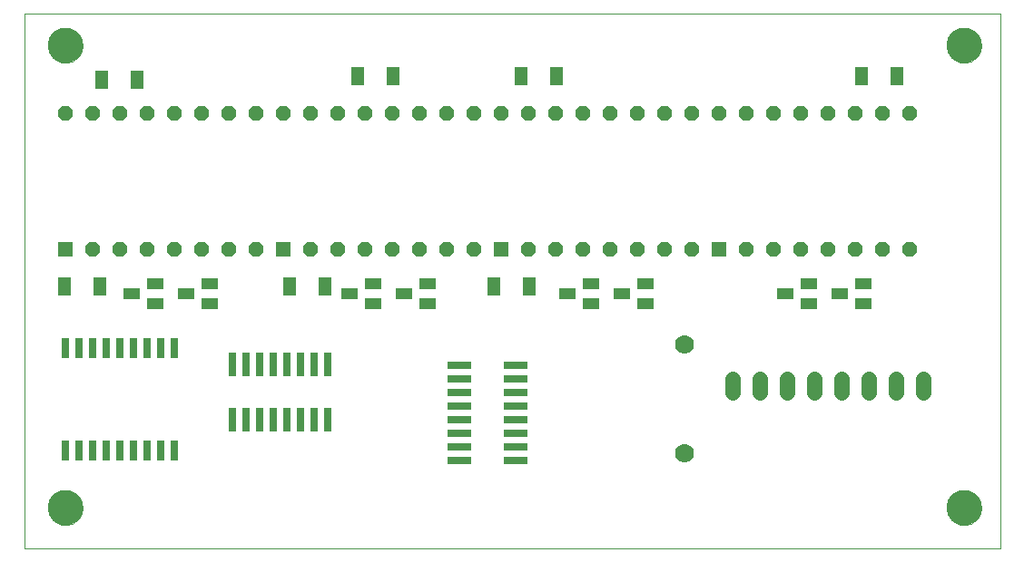
<source format=gts>
G75*
G70*
%OFA0B0*%
%FSLAX24Y24*%
%IPPOS*%
%LPD*%
%AMOC8*
5,1,8,0,0,1.08239X$1,22.5*
%
%ADD10C,0.0000*%
%ADD11C,0.1300*%
%ADD12OC8,0.0555*%
%ADD13R,0.0555X0.0555*%
%ADD14R,0.0591X0.0434*%
%ADD15R,0.0906X0.0276*%
%ADD16R,0.0257X0.0729*%
%ADD17R,0.0276X0.0906*%
%ADD18R,0.0473X0.0709*%
%ADD19C,0.0555*%
%ADD20C,0.0700*%
D10*
X000180Y000180D02*
X000180Y019865D01*
X036007Y019865D01*
X036007Y000180D01*
X000180Y000180D01*
X001050Y001680D02*
X001052Y001730D01*
X001058Y001780D01*
X001068Y001829D01*
X001082Y001877D01*
X001099Y001924D01*
X001120Y001969D01*
X001145Y002013D01*
X001173Y002054D01*
X001205Y002093D01*
X001239Y002130D01*
X001276Y002164D01*
X001316Y002194D01*
X001358Y002221D01*
X001402Y002245D01*
X001448Y002266D01*
X001495Y002282D01*
X001543Y002295D01*
X001593Y002304D01*
X001642Y002309D01*
X001693Y002310D01*
X001743Y002307D01*
X001792Y002300D01*
X001841Y002289D01*
X001889Y002274D01*
X001935Y002256D01*
X001980Y002234D01*
X002023Y002208D01*
X002064Y002179D01*
X002103Y002147D01*
X002139Y002112D01*
X002171Y002074D01*
X002201Y002034D01*
X002228Y001991D01*
X002251Y001947D01*
X002270Y001901D01*
X002286Y001853D01*
X002298Y001804D01*
X002306Y001755D01*
X002310Y001705D01*
X002310Y001655D01*
X002306Y001605D01*
X002298Y001556D01*
X002286Y001507D01*
X002270Y001459D01*
X002251Y001413D01*
X002228Y001369D01*
X002201Y001326D01*
X002171Y001286D01*
X002139Y001248D01*
X002103Y001213D01*
X002064Y001181D01*
X002023Y001152D01*
X001980Y001126D01*
X001935Y001104D01*
X001889Y001086D01*
X001841Y001071D01*
X001792Y001060D01*
X001743Y001053D01*
X001693Y001050D01*
X001642Y001051D01*
X001593Y001056D01*
X001543Y001065D01*
X001495Y001078D01*
X001448Y001094D01*
X001402Y001115D01*
X001358Y001139D01*
X001316Y001166D01*
X001276Y001196D01*
X001239Y001230D01*
X001205Y001267D01*
X001173Y001306D01*
X001145Y001347D01*
X001120Y001391D01*
X001099Y001436D01*
X001082Y001483D01*
X001068Y001531D01*
X001058Y001580D01*
X001052Y001630D01*
X001050Y001680D01*
X001050Y018680D02*
X001052Y018730D01*
X001058Y018780D01*
X001068Y018829D01*
X001082Y018877D01*
X001099Y018924D01*
X001120Y018969D01*
X001145Y019013D01*
X001173Y019054D01*
X001205Y019093D01*
X001239Y019130D01*
X001276Y019164D01*
X001316Y019194D01*
X001358Y019221D01*
X001402Y019245D01*
X001448Y019266D01*
X001495Y019282D01*
X001543Y019295D01*
X001593Y019304D01*
X001642Y019309D01*
X001693Y019310D01*
X001743Y019307D01*
X001792Y019300D01*
X001841Y019289D01*
X001889Y019274D01*
X001935Y019256D01*
X001980Y019234D01*
X002023Y019208D01*
X002064Y019179D01*
X002103Y019147D01*
X002139Y019112D01*
X002171Y019074D01*
X002201Y019034D01*
X002228Y018991D01*
X002251Y018947D01*
X002270Y018901D01*
X002286Y018853D01*
X002298Y018804D01*
X002306Y018755D01*
X002310Y018705D01*
X002310Y018655D01*
X002306Y018605D01*
X002298Y018556D01*
X002286Y018507D01*
X002270Y018459D01*
X002251Y018413D01*
X002228Y018369D01*
X002201Y018326D01*
X002171Y018286D01*
X002139Y018248D01*
X002103Y018213D01*
X002064Y018181D01*
X002023Y018152D01*
X001980Y018126D01*
X001935Y018104D01*
X001889Y018086D01*
X001841Y018071D01*
X001792Y018060D01*
X001743Y018053D01*
X001693Y018050D01*
X001642Y018051D01*
X001593Y018056D01*
X001543Y018065D01*
X001495Y018078D01*
X001448Y018094D01*
X001402Y018115D01*
X001358Y018139D01*
X001316Y018166D01*
X001276Y018196D01*
X001239Y018230D01*
X001205Y018267D01*
X001173Y018306D01*
X001145Y018347D01*
X001120Y018391D01*
X001099Y018436D01*
X001082Y018483D01*
X001068Y018531D01*
X001058Y018580D01*
X001052Y018630D01*
X001050Y018680D01*
X034050Y018680D02*
X034052Y018730D01*
X034058Y018780D01*
X034068Y018829D01*
X034082Y018877D01*
X034099Y018924D01*
X034120Y018969D01*
X034145Y019013D01*
X034173Y019054D01*
X034205Y019093D01*
X034239Y019130D01*
X034276Y019164D01*
X034316Y019194D01*
X034358Y019221D01*
X034402Y019245D01*
X034448Y019266D01*
X034495Y019282D01*
X034543Y019295D01*
X034593Y019304D01*
X034642Y019309D01*
X034693Y019310D01*
X034743Y019307D01*
X034792Y019300D01*
X034841Y019289D01*
X034889Y019274D01*
X034935Y019256D01*
X034980Y019234D01*
X035023Y019208D01*
X035064Y019179D01*
X035103Y019147D01*
X035139Y019112D01*
X035171Y019074D01*
X035201Y019034D01*
X035228Y018991D01*
X035251Y018947D01*
X035270Y018901D01*
X035286Y018853D01*
X035298Y018804D01*
X035306Y018755D01*
X035310Y018705D01*
X035310Y018655D01*
X035306Y018605D01*
X035298Y018556D01*
X035286Y018507D01*
X035270Y018459D01*
X035251Y018413D01*
X035228Y018369D01*
X035201Y018326D01*
X035171Y018286D01*
X035139Y018248D01*
X035103Y018213D01*
X035064Y018181D01*
X035023Y018152D01*
X034980Y018126D01*
X034935Y018104D01*
X034889Y018086D01*
X034841Y018071D01*
X034792Y018060D01*
X034743Y018053D01*
X034693Y018050D01*
X034642Y018051D01*
X034593Y018056D01*
X034543Y018065D01*
X034495Y018078D01*
X034448Y018094D01*
X034402Y018115D01*
X034358Y018139D01*
X034316Y018166D01*
X034276Y018196D01*
X034239Y018230D01*
X034205Y018267D01*
X034173Y018306D01*
X034145Y018347D01*
X034120Y018391D01*
X034099Y018436D01*
X034082Y018483D01*
X034068Y018531D01*
X034058Y018580D01*
X034052Y018630D01*
X034050Y018680D01*
X034050Y001680D02*
X034052Y001730D01*
X034058Y001780D01*
X034068Y001829D01*
X034082Y001877D01*
X034099Y001924D01*
X034120Y001969D01*
X034145Y002013D01*
X034173Y002054D01*
X034205Y002093D01*
X034239Y002130D01*
X034276Y002164D01*
X034316Y002194D01*
X034358Y002221D01*
X034402Y002245D01*
X034448Y002266D01*
X034495Y002282D01*
X034543Y002295D01*
X034593Y002304D01*
X034642Y002309D01*
X034693Y002310D01*
X034743Y002307D01*
X034792Y002300D01*
X034841Y002289D01*
X034889Y002274D01*
X034935Y002256D01*
X034980Y002234D01*
X035023Y002208D01*
X035064Y002179D01*
X035103Y002147D01*
X035139Y002112D01*
X035171Y002074D01*
X035201Y002034D01*
X035228Y001991D01*
X035251Y001947D01*
X035270Y001901D01*
X035286Y001853D01*
X035298Y001804D01*
X035306Y001755D01*
X035310Y001705D01*
X035310Y001655D01*
X035306Y001605D01*
X035298Y001556D01*
X035286Y001507D01*
X035270Y001459D01*
X035251Y001413D01*
X035228Y001369D01*
X035201Y001326D01*
X035171Y001286D01*
X035139Y001248D01*
X035103Y001213D01*
X035064Y001181D01*
X035023Y001152D01*
X034980Y001126D01*
X034935Y001104D01*
X034889Y001086D01*
X034841Y001071D01*
X034792Y001060D01*
X034743Y001053D01*
X034693Y001050D01*
X034642Y001051D01*
X034593Y001056D01*
X034543Y001065D01*
X034495Y001078D01*
X034448Y001094D01*
X034402Y001115D01*
X034358Y001139D01*
X034316Y001166D01*
X034276Y001196D01*
X034239Y001230D01*
X034205Y001267D01*
X034173Y001306D01*
X034145Y001347D01*
X034120Y001391D01*
X034099Y001436D01*
X034082Y001483D01*
X034068Y001531D01*
X034058Y001580D01*
X034052Y001630D01*
X034050Y001680D01*
D11*
X034680Y001680D03*
X034680Y018680D03*
X001680Y018680D03*
X001680Y001680D03*
D12*
X002680Y011180D03*
X003680Y011180D03*
X004680Y011180D03*
X005680Y011180D03*
X006680Y011180D03*
X007680Y011180D03*
X008680Y011180D03*
X010680Y011180D03*
X011680Y011180D03*
X012680Y011180D03*
X013680Y011180D03*
X014680Y011180D03*
X015680Y011180D03*
X016680Y011180D03*
X018680Y011180D03*
X019680Y011180D03*
X020680Y011180D03*
X021680Y011180D03*
X022680Y011180D03*
X023680Y011180D03*
X024680Y011180D03*
X026680Y011180D03*
X027680Y011180D03*
X028680Y011180D03*
X029680Y011180D03*
X030680Y011180D03*
X031680Y011180D03*
X032680Y011180D03*
X032680Y016180D03*
X031680Y016180D03*
X030680Y016180D03*
X029680Y016180D03*
X028680Y016180D03*
X027680Y016180D03*
X026680Y016180D03*
X025680Y016180D03*
X024680Y016180D03*
X023680Y016180D03*
X022680Y016180D03*
X021680Y016180D03*
X020680Y016180D03*
X019680Y016180D03*
X018680Y016180D03*
X017680Y016180D03*
X016680Y016180D03*
X015680Y016180D03*
X014680Y016180D03*
X013680Y016180D03*
X012680Y016180D03*
X011680Y016180D03*
X010680Y016180D03*
X009680Y016180D03*
X008680Y016180D03*
X007680Y016180D03*
X006680Y016180D03*
X005680Y016180D03*
X004680Y016180D03*
X003680Y016180D03*
X002680Y016180D03*
X001680Y016180D03*
D13*
X001680Y011180D03*
X009680Y011180D03*
X017680Y011180D03*
X025680Y011180D03*
D14*
X022988Y009929D03*
X022122Y009555D03*
X022988Y009181D03*
X020988Y009181D03*
X020122Y009555D03*
X020988Y009929D03*
X014988Y009929D03*
X014122Y009555D03*
X014988Y009181D03*
X012988Y009181D03*
X012122Y009555D03*
X012988Y009929D03*
X006988Y009929D03*
X006122Y009555D03*
X006988Y009181D03*
X004988Y009181D03*
X004122Y009555D03*
X004988Y009929D03*
X028122Y009555D03*
X028988Y009181D03*
X030122Y009555D03*
X030988Y009181D03*
X030988Y009929D03*
X028988Y009929D03*
D15*
X018204Y006930D03*
X018204Y006430D03*
X018204Y005930D03*
X018204Y005430D03*
X018204Y004930D03*
X018204Y004430D03*
X018204Y003930D03*
X018204Y003430D03*
X016156Y003430D03*
X016156Y003930D03*
X016156Y004430D03*
X016156Y004930D03*
X016156Y005430D03*
X016156Y005930D03*
X016156Y006430D03*
X016156Y006930D03*
D16*
X005680Y007570D03*
X005180Y007570D03*
X004680Y007570D03*
X004180Y007570D03*
X003680Y007570D03*
X003180Y007570D03*
X002680Y007570D03*
X002180Y007570D03*
X001680Y007570D03*
X001680Y003790D03*
X002180Y003790D03*
X002680Y003790D03*
X003180Y003790D03*
X003680Y003790D03*
X004180Y003790D03*
X004680Y003790D03*
X005180Y003790D03*
X005680Y003790D03*
D17*
X007805Y004906D03*
X008305Y004906D03*
X008805Y004906D03*
X009305Y004906D03*
X009805Y004906D03*
X010305Y004906D03*
X010805Y004906D03*
X011305Y004906D03*
X011305Y006954D03*
X010805Y006954D03*
X010305Y006954D03*
X009805Y006954D03*
X009305Y006954D03*
X008805Y006954D03*
X008305Y006954D03*
X007805Y006954D03*
D18*
X009905Y009805D03*
X011205Y009805D03*
X017405Y009805D03*
X018705Y009805D03*
X018405Y017555D03*
X019705Y017555D03*
X013705Y017555D03*
X012405Y017555D03*
X004330Y017430D03*
X003030Y017430D03*
X002955Y009805D03*
X001655Y009805D03*
X030905Y017555D03*
X032205Y017555D03*
D19*
X032180Y006437D02*
X032180Y005923D01*
X031180Y005923D02*
X031180Y006437D01*
X030180Y006437D02*
X030180Y005923D01*
X029180Y005923D02*
X029180Y006437D01*
X028180Y006437D02*
X028180Y005923D01*
X027180Y005923D02*
X027180Y006437D01*
X026180Y006437D02*
X026180Y005923D01*
X033180Y005923D02*
X033180Y006437D01*
D20*
X024430Y007680D03*
X024430Y003680D03*
M02*

</source>
